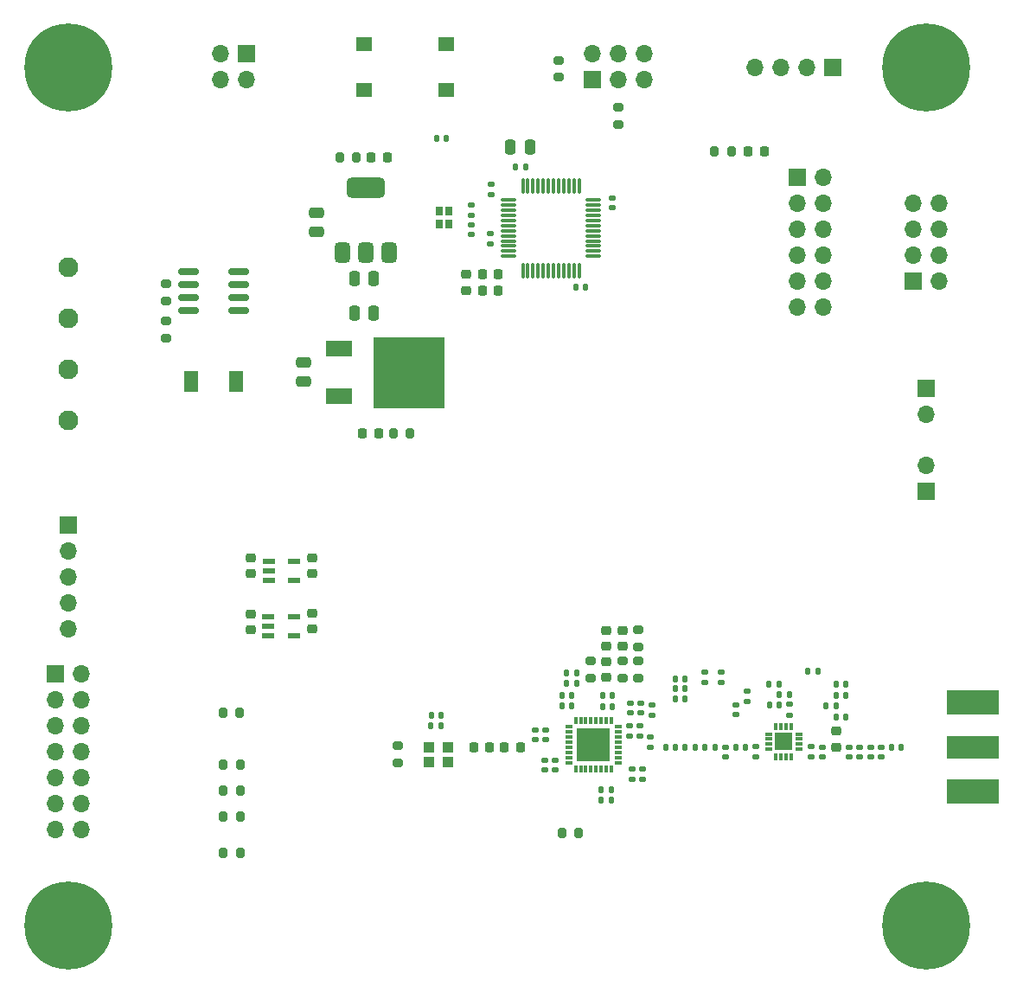
<source format=gbr>
%TF.GenerationSoftware,KiCad,Pcbnew,8.0.2*%
%TF.CreationDate,2024-07-16T14:45:12-07:00*%
%TF.ProjectId,ptn,70746e2e-6b69-4636-9164-5f7063625858,1*%
%TF.SameCoordinates,Original*%
%TF.FileFunction,Soldermask,Top*%
%TF.FilePolarity,Negative*%
%FSLAX46Y46*%
G04 Gerber Fmt 4.6, Leading zero omitted, Abs format (unit mm)*
G04 Created by KiCad (PCBNEW 8.0.2) date 2024-07-16 14:45:12*
%MOMM*%
%LPD*%
G01*
G04 APERTURE LIST*
G04 Aperture macros list*
%AMRoundRect*
0 Rectangle with rounded corners*
0 $1 Rounding radius*
0 $2 $3 $4 $5 $6 $7 $8 $9 X,Y pos of 4 corners*
0 Add a 4 corners polygon primitive as box body*
4,1,4,$2,$3,$4,$5,$6,$7,$8,$9,$2,$3,0*
0 Add four circle primitives for the rounded corners*
1,1,$1+$1,$2,$3*
1,1,$1+$1,$4,$5*
1,1,$1+$1,$6,$7*
1,1,$1+$1,$8,$9*
0 Add four rect primitives between the rounded corners*
20,1,$1+$1,$2,$3,$4,$5,0*
20,1,$1+$1,$4,$5,$6,$7,0*
20,1,$1+$1,$6,$7,$8,$9,0*
20,1,$1+$1,$8,$9,$2,$3,0*%
G04 Aperture macros list end*
%ADD10RoundRect,0.147500X-0.147500X-0.172500X0.147500X-0.172500X0.147500X0.172500X-0.147500X0.172500X0*%
%ADD11RoundRect,0.140000X-0.140000X-0.170000X0.140000X-0.170000X0.140000X0.170000X-0.140000X0.170000X0*%
%ADD12RoundRect,0.135000X0.185000X-0.135000X0.185000X0.135000X-0.185000X0.135000X-0.185000X-0.135000X0*%
%ADD13RoundRect,0.135000X-0.185000X0.135000X-0.185000X-0.135000X0.185000X-0.135000X0.185000X0.135000X0*%
%ADD14RoundRect,0.140000X0.170000X-0.140000X0.170000X0.140000X-0.170000X0.140000X-0.170000X-0.140000X0*%
%ADD15RoundRect,0.200000X0.200000X0.275000X-0.200000X0.275000X-0.200000X-0.275000X0.200000X-0.275000X0*%
%ADD16RoundRect,0.135000X0.135000X0.185000X-0.135000X0.185000X-0.135000X-0.185000X0.135000X-0.185000X0*%
%ADD17RoundRect,0.140000X0.140000X0.170000X-0.140000X0.170000X-0.140000X-0.170000X0.140000X-0.170000X0*%
%ADD18C,8.600000*%
%ADD19R,2.500000X1.500000*%
%ADD20R,7.000000X7.000000*%
%ADD21R,1.700000X1.700000*%
%ADD22O,1.700000X1.700000*%
%ADD23RoundRect,0.218750X0.256250X-0.218750X0.256250X0.218750X-0.256250X0.218750X-0.256250X-0.218750X0*%
%ADD24RoundRect,0.225000X-0.225000X-0.250000X0.225000X-0.250000X0.225000X0.250000X-0.225000X0.250000X0*%
%ADD25RoundRect,0.225000X-0.250000X0.225000X-0.250000X-0.225000X0.250000X-0.225000X0.250000X0.225000X0*%
%ADD26RoundRect,0.140000X-0.170000X0.140000X-0.170000X-0.140000X0.170000X-0.140000X0.170000X0.140000X0*%
%ADD27RoundRect,0.225000X0.250000X-0.225000X0.250000X0.225000X-0.250000X0.225000X-0.250000X-0.225000X0*%
%ADD28RoundRect,0.147500X-0.172500X0.147500X-0.172500X-0.147500X0.172500X-0.147500X0.172500X0.147500X0*%
%ADD29R,1.250000X0.600000*%
%ADD30R,0.775000X0.875000*%
%ADD31C,1.950000*%
%ADD32RoundRect,0.200000X0.275000X-0.200000X0.275000X0.200000X-0.275000X0.200000X-0.275000X-0.200000X0*%
%ADD33RoundRect,0.250000X-0.475000X0.250000X-0.475000X-0.250000X0.475000X-0.250000X0.475000X0.250000X0*%
%ADD34R,3.250000X3.250000*%
%ADD35R,0.800000X0.300000*%
%ADD36R,0.300000X0.800000*%
%ADD37RoundRect,0.250000X0.250000X0.475000X-0.250000X0.475000X-0.250000X-0.475000X0.250000X-0.475000X0*%
%ADD38RoundRect,0.218750X0.218750X0.256250X-0.218750X0.256250X-0.218750X-0.256250X0.218750X-0.256250X0*%
%ADD39R,1.100000X1.000000*%
%ADD40RoundRect,0.200000X-0.200000X-0.275000X0.200000X-0.275000X0.200000X0.275000X-0.200000X0.275000X0*%
%ADD41RoundRect,0.150000X0.825000X0.150000X-0.825000X0.150000X-0.825000X-0.150000X0.825000X-0.150000X0*%
%ADD42R,1.600000X1.400000*%
%ADD43RoundRect,0.200000X-0.275000X0.200000X-0.275000X-0.200000X0.275000X-0.200000X0.275000X0.200000X0*%
%ADD44R,5.080000X2.413000*%
%ADD45R,5.080000X2.286000*%
%ADD46RoundRect,0.075000X-0.662500X-0.075000X0.662500X-0.075000X0.662500X0.075000X-0.662500X0.075000X0*%
%ADD47RoundRect,0.075000X-0.075000X-0.662500X0.075000X-0.662500X0.075000X0.662500X-0.075000X0.662500X0*%
%ADD48RoundRect,0.225000X0.225000X0.250000X-0.225000X0.250000X-0.225000X-0.250000X0.225000X-0.250000X0*%
%ADD49RoundRect,0.218750X-0.256250X0.218750X-0.256250X-0.218750X0.256250X-0.218750X0.256250X0.218750X0*%
%ADD50R,0.750000X0.300000*%
%ADD51R,0.300000X0.750000*%
%ADD52RoundRect,0.135000X-0.135000X-0.185000X0.135000X-0.185000X0.135000X0.185000X-0.135000X0.185000X0*%
%ADD53RoundRect,0.218750X-0.218750X-0.256250X0.218750X-0.256250X0.218750X0.256250X-0.218750X0.256250X0*%
%ADD54RoundRect,0.375000X0.375000X-0.625000X0.375000X0.625000X-0.375000X0.625000X-0.375000X-0.625000X0*%
%ADD55RoundRect,0.500000X1.400000X-0.500000X1.400000X0.500000X-1.400000X0.500000X-1.400000X-0.500000X0*%
%ADD56R,1.400000X2.000000*%
%ADD57RoundRect,0.250000X0.475000X-0.250000X0.475000X0.250000X-0.475000X0.250000X-0.475000X-0.250000X0*%
G04 APERTURE END LIST*
D10*
%TO.C,L2*%
X140390000Y-116550000D03*
X141360000Y-116550000D03*
%TD*%
D11*
%TO.C,C23*%
X140370000Y-111830000D03*
X139410000Y-111830000D03*
%TD*%
%TO.C,C20*%
X140370000Y-110840000D03*
X139410000Y-110840000D03*
%TD*%
%TO.C,C16*%
X140370000Y-109850000D03*
X139410000Y-109850000D03*
%TD*%
D12*
%TO.C,R11*%
X137140000Y-112400001D03*
X137140000Y-113419999D03*
%TD*%
D13*
%TO.C,R10*%
X135990000Y-114420000D03*
X135990000Y-115439998D03*
%TD*%
D14*
%TO.C,C13*%
X134990000Y-114469998D03*
X134990000Y-115429998D03*
%TD*%
D15*
%TO.C,R26*%
X143280000Y-58200000D03*
X144930000Y-58200000D03*
%TD*%
D16*
%TO.C,R22*%
X148620000Y-110364000D03*
X149640000Y-110364000D03*
%TD*%
D17*
%TO.C,C37*%
X129300000Y-111510000D03*
X128340000Y-111510000D03*
%TD*%
D18*
%TO.C,H3*%
X80000000Y-134000000D03*
%TD*%
D19*
%TO.C,IC2*%
X106490000Y-77570000D03*
D20*
X113340000Y-79870000D03*
D19*
X106490000Y-82170000D03*
%TD*%
D11*
%TO.C,C43*%
X148640000Y-112430000D03*
X149600000Y-112430000D03*
%TD*%
D21*
%TO.C,J4*%
X164000000Y-81460000D03*
D22*
X164000000Y-84000000D03*
%TD*%
D15*
%TO.C,R13*%
X106550000Y-58800000D03*
X108200000Y-58800000D03*
%TD*%
D14*
%TO.C,C46*%
X153830000Y-117490000D03*
X153830000Y-116530000D03*
%TD*%
D23*
%TO.C,L6*%
X155150000Y-116537500D03*
X155150000Y-114962500D03*
%TD*%
D24*
%TO.C,C36*%
X122700000Y-116550000D03*
X124250000Y-116550000D03*
%TD*%
D25*
%TO.C,C1*%
X97866000Y-103495001D03*
X97866000Y-105045001D03*
%TD*%
D26*
%TO.C,C65*%
X119443000Y-65425000D03*
X119443000Y-66385000D03*
%TD*%
D27*
%TO.C,C8*%
X132676000Y-109744000D03*
X132676000Y-108194000D03*
%TD*%
D21*
%TO.C,J3*%
X151345000Y-60800000D03*
D22*
X151345000Y-63340000D03*
X151345000Y-65879999D03*
X151345000Y-68420000D03*
X151345000Y-70960000D03*
X151345000Y-73500000D03*
X153885000Y-73500000D03*
X153885000Y-70960000D03*
X153885000Y-68420000D03*
X153885000Y-65880000D03*
X153885000Y-63340000D03*
X153885000Y-60800000D03*
%TD*%
D11*
%TO.C,C54*%
X116030000Y-56970000D03*
X116990000Y-56970000D03*
%TD*%
D17*
%TO.C,C58*%
X124750000Y-59750000D03*
X123790000Y-59750000D03*
%TD*%
D28*
%TO.C,L5*%
X144340000Y-116535000D03*
X144340000Y-117505000D03*
%TD*%
D29*
%TO.C,IC1*%
X99600000Y-103790000D03*
X99600001Y-104740000D03*
X99600000Y-105690000D03*
X102100000Y-105690000D03*
X102100000Y-103790000D03*
%TD*%
D30*
%TO.C,Y2*%
X116291000Y-64109000D03*
X116291000Y-65383000D03*
X117265000Y-65383000D03*
X117265000Y-64109000D03*
%TD*%
D31*
%TO.C,J1*%
X79990000Y-69590000D03*
X79990000Y-74590000D03*
X79990000Y-79590000D03*
X79990000Y-84590000D03*
%TD*%
D32*
%TO.C,R9*%
X89545000Y-71190000D03*
X89545000Y-72840000D03*
%TD*%
D33*
%TO.C,C10*%
X104265499Y-64220001D03*
X104265499Y-66119999D03*
%TD*%
D34*
%TO.C,U3*%
X131418000Y-116304000D03*
D35*
X129018000Y-118054000D03*
X129018000Y-117554000D03*
X129018000Y-117054000D03*
X129018000Y-116554000D03*
X129018000Y-116054000D03*
X129018000Y-115554000D03*
X129018000Y-115054000D03*
X129018000Y-114554000D03*
D36*
X129668000Y-113904000D03*
X130168000Y-113904000D03*
X130668000Y-113904000D03*
X131168000Y-113904000D03*
X131668000Y-113904000D03*
X132168000Y-113904000D03*
X132668000Y-113904000D03*
X133168000Y-113904000D03*
D35*
X133818000Y-114554000D03*
X133818000Y-115054000D03*
X133818000Y-115554000D03*
X133818000Y-116054000D03*
X133818000Y-116554000D03*
X133818000Y-117054000D03*
X133818000Y-117554000D03*
X133818000Y-118054000D03*
D36*
X133168000Y-118704000D03*
X132668000Y-118704000D03*
X132168000Y-118704000D03*
X131668000Y-118704000D03*
X131168000Y-118704000D03*
X130668000Y-118704000D03*
X130168000Y-118704000D03*
X129668000Y-118704000D03*
%TD*%
D11*
%TO.C,C60*%
X129660000Y-71500000D03*
X130620000Y-71500000D03*
%TD*%
D37*
%TO.C,C56*%
X125189999Y-57850000D03*
X123290001Y-57850000D03*
%TD*%
D10*
%TO.C,L4*%
X142325000Y-116560000D03*
X143295000Y-116560000D03*
%TD*%
D17*
%TO.C,C38*%
X129301000Y-112499000D03*
X128341000Y-112499000D03*
%TD*%
D38*
%TO.C,D3*%
X111225002Y-58800000D03*
X109650000Y-58800000D03*
%TD*%
D14*
%TO.C,C59*%
X133250000Y-63730000D03*
X133250000Y-62770000D03*
%TD*%
D26*
%TO.C,C33*%
X136210000Y-118710000D03*
X136210000Y-119670000D03*
%TD*%
D14*
%TO.C,C50*%
X156470000Y-117500000D03*
X156470000Y-116540000D03*
%TD*%
D18*
%TO.C,H1*%
X80000000Y-50000000D03*
%TD*%
D26*
%TO.C,C63*%
X119430000Y-63520000D03*
X119430000Y-64480000D03*
%TD*%
D39*
%TO.C,Y1*%
X115304000Y-118033000D03*
X117204000Y-118033000D03*
X117204000Y-116533000D03*
X115304000Y-116533000D03*
%TD*%
D11*
%TO.C,C49*%
X155170000Y-113580000D03*
X156130000Y-113580000D03*
%TD*%
D26*
%TO.C,C61*%
X121280000Y-66300000D03*
X121280000Y-67260000D03*
%TD*%
D40*
%TO.C,R4*%
X128335000Y-124940000D03*
X129985000Y-124940000D03*
%TD*%
D41*
%TO.C,U1*%
X96695000Y-73825000D03*
X96695000Y-72555000D03*
X96695000Y-71285000D03*
X96695000Y-70015000D03*
X91745000Y-70015000D03*
X91745000Y-71285000D03*
X91745000Y-72555000D03*
X91745000Y-73825000D03*
%TD*%
D13*
%TO.C,R21*%
X143930000Y-110190000D03*
X143930000Y-109170000D03*
%TD*%
D25*
%TO.C,C17*%
X103855000Y-98032000D03*
X103855000Y-99582000D03*
%TD*%
D11*
%TO.C,C21*%
X115520000Y-113440000D03*
X116480000Y-113440000D03*
%TD*%
D13*
%TO.C,R23*%
X150602000Y-113397000D03*
X150602000Y-112377000D03*
%TD*%
D27*
%TO.C,C3*%
X132676000Y-105134000D03*
X132676000Y-106684000D03*
%TD*%
D42*
%TO.C,SW1*%
X109000000Y-47750000D03*
X117000000Y-47750000D03*
X109000000Y-52250000D03*
X117000000Y-52250000D03*
%TD*%
D43*
%TO.C,R7*%
X135796000Y-108144000D03*
X135796000Y-109794000D03*
%TD*%
D11*
%TO.C,C18*%
X115511000Y-114455000D03*
X116471000Y-114455000D03*
%TD*%
%TO.C,C47*%
X155160000Y-110368000D03*
X156120000Y-110368000D03*
%TD*%
D21*
%TO.C,J10*%
X131310000Y-51230000D03*
D22*
X133850000Y-51230000D03*
X136389999Y-51230000D03*
X136390000Y-48690000D03*
X133850000Y-48690000D03*
X131310000Y-48690000D03*
%TD*%
D18*
%TO.C,H4*%
X164000000Y-134000000D03*
%TD*%
D26*
%TO.C,C31*%
X135200000Y-118710000D03*
X135200000Y-119670000D03*
%TD*%
D11*
%TO.C,C28*%
X132310000Y-111530000D03*
X133270000Y-111530000D03*
%TD*%
%TO.C,C26*%
X132180000Y-120740000D03*
X133140000Y-120740000D03*
%TD*%
D43*
%TO.C,R6*%
X134236000Y-109794000D03*
X134236000Y-108144000D03*
%TD*%
D32*
%TO.C,R1*%
X89560000Y-76490000D03*
X89560000Y-74840000D03*
%TD*%
D14*
%TO.C,C19*%
X136040000Y-113220000D03*
X136040000Y-112260000D03*
%TD*%
D38*
%TO.C,D4*%
X148134004Y-58195000D03*
X146559002Y-58195000D03*
%TD*%
D44*
%TO.C,J9*%
X168600000Y-120911500D03*
D45*
X168600000Y-116530000D03*
D44*
X168600000Y-112148500D03*
%TD*%
D11*
%TO.C,C48*%
X155150000Y-111470000D03*
X156110000Y-111470000D03*
%TD*%
D37*
%TO.C,C2*%
X109892499Y-70660000D03*
X107992501Y-70660000D03*
%TD*%
D22*
%TO.C,J2*%
X165240000Y-70950000D03*
X165240000Y-68410000D03*
X165240000Y-65870000D03*
X165240000Y-63330000D03*
X162700000Y-63330000D03*
X162700000Y-65870001D03*
X162700000Y-68410000D03*
D21*
X162700000Y-70950000D03*
%TD*%
D11*
%TO.C,C55*%
X160590000Y-116540000D03*
X161550000Y-116540000D03*
%TD*%
D26*
%TO.C,C41*%
X147330000Y-116520000D03*
X147330000Y-117480000D03*
%TD*%
D46*
%TO.C,U4*%
X123087500Y-63000000D03*
X123087500Y-63500000D03*
X123087500Y-64000000D03*
X123087500Y-64500001D03*
X123087500Y-65000000D03*
X123087500Y-65500000D03*
X123087500Y-66000000D03*
X123087500Y-66500000D03*
X123087500Y-66999999D03*
X123087500Y-67500000D03*
X123087500Y-68000000D03*
X123087500Y-68500000D03*
D47*
X124500000Y-69912500D03*
X125000000Y-69912500D03*
X125500000Y-69912500D03*
X126000001Y-69912500D03*
X126500000Y-69912500D03*
X127000000Y-69912500D03*
X127500000Y-69912500D03*
X128000000Y-69912500D03*
X128499999Y-69912500D03*
X129000000Y-69912500D03*
X129500000Y-69912500D03*
X130000000Y-69912500D03*
D46*
X131412500Y-68500000D03*
X131412500Y-68000000D03*
X131412500Y-67500000D03*
X131412500Y-66999999D03*
X131412500Y-66500000D03*
X131412500Y-66000000D03*
X131412500Y-65500000D03*
X131412500Y-65000000D03*
X131412500Y-64500001D03*
X131412500Y-64000000D03*
X131412500Y-63500000D03*
X131412500Y-63000000D03*
D47*
X130000000Y-61587500D03*
X129500000Y-61587500D03*
X129000000Y-61587500D03*
X128499999Y-61587500D03*
X128000000Y-61587500D03*
X127500000Y-61587500D03*
X127000000Y-61587500D03*
X126500000Y-61587500D03*
X126000001Y-61587500D03*
X125500000Y-61587500D03*
X125000000Y-61587500D03*
X124500000Y-61587500D03*
%TD*%
D14*
%TO.C,C22*%
X126750000Y-115800000D03*
X126750000Y-114840000D03*
%TD*%
D21*
%TO.C,J5*%
X80000000Y-94796000D03*
D22*
X80000000Y-97336000D03*
X80000000Y-99876000D03*
X80000000Y-102416000D03*
X80000000Y-104956000D03*
%TD*%
D27*
%TO.C,C6*%
X134236000Y-106684000D03*
X134236000Y-105134000D03*
%TD*%
D24*
%TO.C,C35*%
X119684000Y-116549000D03*
X121234000Y-116549000D03*
%TD*%
D21*
%TO.C,J6*%
X78725000Y-109375000D03*
D22*
X78725000Y-111915000D03*
X78725000Y-114454999D03*
X78725000Y-116995000D03*
X78725000Y-119535000D03*
X78725000Y-122075000D03*
X78725000Y-124615000D03*
X81265000Y-124615000D03*
X81265000Y-122075000D03*
X81265000Y-119535000D03*
X81265000Y-116995000D03*
X81265000Y-114455000D03*
X81265000Y-111915000D03*
X81265000Y-109375000D03*
%TD*%
D48*
%TO.C,C62*%
X122075000Y-70270000D03*
X120525000Y-70270000D03*
%TD*%
D25*
%TO.C,C11*%
X97894000Y-97994000D03*
X97894000Y-99544000D03*
%TD*%
D37*
%TO.C,C12*%
X109919000Y-74105000D03*
X108019000Y-74105000D03*
%TD*%
D14*
%TO.C,C40*%
X145394000Y-113355000D03*
X145394000Y-112395000D03*
%TD*%
D17*
%TO.C,C32*%
X129767000Y-110301000D03*
X128807000Y-110301000D03*
%TD*%
D12*
%TO.C,R20*%
X142328000Y-109174000D03*
X142328000Y-110194000D03*
%TD*%
D32*
%TO.C,R3*%
X131116000Y-109794000D03*
X131116000Y-108144000D03*
%TD*%
D11*
%TO.C,C29*%
X132180000Y-121760000D03*
X133140000Y-121760000D03*
%TD*%
D25*
%TO.C,C9*%
X103866000Y-103424002D03*
X103866000Y-104974002D03*
%TD*%
D11*
%TO.C,C44*%
X149640000Y-111420000D03*
X150600000Y-111420000D03*
%TD*%
D21*
%TO.C,J11*%
X154870000Y-49980000D03*
D22*
X152330000Y-49980000D03*
X149790001Y-49980000D03*
X147250000Y-49980000D03*
%TD*%
D21*
%TO.C,J8*%
X164000000Y-91550000D03*
D22*
X164000000Y-89010000D03*
%TD*%
D11*
%TO.C,C4*%
X139440000Y-116550000D03*
X138480000Y-116550000D03*
%TD*%
D14*
%TO.C,C27*%
X127680000Y-118770000D03*
X127680000Y-117810000D03*
%TD*%
D18*
%TO.C,H2*%
X164000000Y-50000000D03*
%TD*%
D49*
%TO.C,FB1*%
X118970000Y-70278499D03*
X118970000Y-71853501D03*
%TD*%
D26*
%TO.C,C57*%
X121410000Y-61480000D03*
X121410000Y-62440000D03*
%TD*%
D43*
%TO.C,R14*%
X112251000Y-118090000D03*
X112251000Y-116440000D03*
%TD*%
D50*
%TO.C,IC4*%
X148550000Y-115263000D03*
X148550000Y-115763000D03*
X148550000Y-116263000D03*
X148550000Y-116763000D03*
D51*
X149300000Y-117513000D03*
X149800000Y-117513000D03*
X150300000Y-117513000D03*
X150800000Y-117513000D03*
D50*
X151550000Y-116763000D03*
X151550000Y-116263000D03*
X151550000Y-115763000D03*
X151550000Y-115263000D03*
D51*
X150800000Y-114513000D03*
X150300000Y-114513000D03*
X149800000Y-114513000D03*
X149300000Y-114513000D03*
D21*
X150050000Y-116013000D03*
%TD*%
D14*
%TO.C,C30*%
X126670000Y-118770000D03*
X126670000Y-117810000D03*
%TD*%
%TO.C,C15*%
X135040000Y-113220000D03*
X135040000Y-112260000D03*
%TD*%
D29*
%TO.C,IC3*%
X99616000Y-98366000D03*
X99616000Y-99316000D03*
X99616000Y-100266000D03*
X102116000Y-100266000D03*
X102116000Y-98366000D03*
%TD*%
D32*
%TO.C,R27*%
X133850000Y-53925000D03*
X133850000Y-55575000D03*
%TD*%
D52*
%TO.C,R24*%
X153400000Y-109120000D03*
X152380000Y-109120000D03*
%TD*%
D17*
%TO.C,C34*%
X129755000Y-109327000D03*
X128795000Y-109327000D03*
%TD*%
D40*
%TO.C,R12*%
X113450000Y-85800000D03*
X111800000Y-85800000D03*
%TD*%
D53*
%TO.C,D2*%
X108791998Y-85800000D03*
X110367000Y-85800000D03*
%TD*%
D26*
%TO.C,C42*%
X146500000Y-111100000D03*
X146500000Y-112060000D03*
%TD*%
D48*
%TO.C,C64*%
X122070000Y-71850000D03*
X120520000Y-71850000D03*
%TD*%
D14*
%TO.C,C51*%
X157500000Y-117500000D03*
X157500000Y-116540000D03*
%TD*%
D43*
%TO.C,R28*%
X128010000Y-50985000D03*
X128010000Y-49335000D03*
%TD*%
D11*
%TO.C,C39*%
X145360000Y-116550000D03*
X146320000Y-116550000D03*
%TD*%
D14*
%TO.C,C52*%
X158540000Y-117500000D03*
X158540000Y-116540000D03*
%TD*%
D54*
%TO.C,U2*%
X106800000Y-68100000D03*
X109100000Y-68099999D03*
D55*
X109100000Y-61800001D03*
D54*
X111400000Y-68100000D03*
%TD*%
D14*
%TO.C,C53*%
X159580000Y-117500000D03*
X159580000Y-116540000D03*
%TD*%
%TO.C,C45*%
X152773000Y-117487000D03*
X152773000Y-116527000D03*
%TD*%
D16*
%TO.C,R25*%
X154130000Y-112517000D03*
X155150000Y-112517000D03*
%TD*%
D14*
%TO.C,C24*%
X125724306Y-115797892D03*
X125724306Y-114837892D03*
%TD*%
D56*
%TO.C,D1*%
X96430000Y-80770000D03*
X92030000Y-80770000D03*
%TD*%
D57*
%TO.C,C7*%
X103039000Y-80770000D03*
X103039000Y-78870000D03*
%TD*%
D21*
%TO.C,J7*%
X97430000Y-48690000D03*
D22*
X94890000Y-48690000D03*
X94890000Y-51230000D03*
X97430000Y-51230000D03*
%TD*%
D11*
%TO.C,C25*%
X132312000Y-112550000D03*
X133272000Y-112550000D03*
%TD*%
D43*
%TO.C,R5*%
X135796000Y-105084000D03*
X135796000Y-106734000D03*
%TD*%
D13*
%TO.C,R2*%
X136950000Y-115530000D03*
X136950000Y-116550000D03*
%TD*%
D40*
%TO.C,R15*%
X95155000Y-113190000D03*
X96805000Y-113190000D03*
%TD*%
%TO.C,R16*%
X95170000Y-126920000D03*
X96820000Y-126920000D03*
%TD*%
D15*
%TO.C,R17*%
X96820000Y-118280000D03*
X95170000Y-118280000D03*
%TD*%
%TO.C,R18*%
X96825000Y-120820000D03*
X95175000Y-120820000D03*
%TD*%
%TO.C,R19*%
X96815000Y-123330000D03*
X95165000Y-123330000D03*
%TD*%
M02*

</source>
